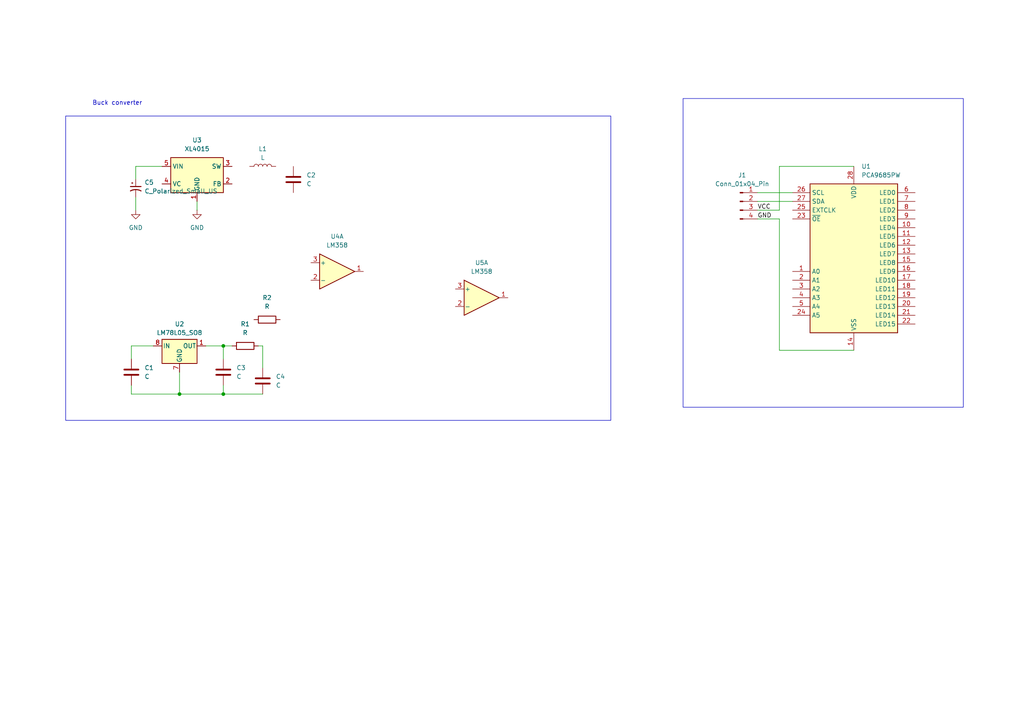
<source format=kicad_sch>
(kicad_sch (version 20231120) (generator "eeschema") (generator_version "8.0")
  (paper "A4")
  (lib_symbols
    (symbol "Amplifier_Operational:LM358" (pin_names (offset 0.127))
      (property "Reference" "U" (at 0 5.08 0))
      (property "Value" "LM358" (at 0 -5.08 0))
      (symbol "LM358_1_1"
        (polyline (pts (xy -5.08 5.08) (xy 5.08 0) (xy -5.08 -5.08) (xy -5.08 5.08)) (stroke (width 0.254)) (fill (type background)))
        (pin output line (at 7.62 0 180) (length 2.54) (name "~") (number "1"))
        (pin input line (at -7.62 -2.54 0) (length 2.54) (name "-") (number "2"))
        (pin input line (at -7.62 2.54 0) (length 2.54) (name "+") (number "3"))
      )
      (symbol "LM358_2_1"
        (polyline (pts (xy -5.08 5.08) (xy 5.08 0) (xy -5.08 -5.08) (xy -5.08 5.08)) (stroke (width 0.254)) (fill (type background)))
        (pin input line (at -7.62 2.54 0) (length 2.54) (name "+") (number "5"))
        (pin input line (at -7.62 -2.54 0) (length 2.54) (name "-") (number "6"))
        (pin output line (at 7.62 0 180) (length 2.54) (name "~") (number "7"))
      )
      (symbol "LM358_3_1"
        (pin power_in line (at -2.54 -7.62 90) (length 3.81) (name "V-") (number "4"))
        (pin power_in line (at -2.54 7.62 270) (length 3.81) (name "V+") (number "8"))
      )
    )
    (symbol "Connector:Conn_01x04_Pin" (pin_names (offset 1.016) hide)
      (property "Reference" "J" (at 0 5.08 0))
      (property "Value" "Conn_01x04_Pin" (at 0 -7.62 0))
      (symbol "Conn_01x04_Pin_1_1"
        (polyline (pts (xy 1.27 -5.08) (xy 0.8636 -5.08)) (stroke (width 0.1524)))
        (polyline (pts (xy 1.27 -2.54) (xy 0.8636 -2.54)) (stroke (width 0.1524)))
        (polyline (pts (xy 1.27 0) (xy 0.8636 0)) (stroke (width 0.1524)))
        (polyline (pts (xy 1.27 2.54) (xy 0.8636 2.54)) (stroke (width 0.1524)))
        (rectangle (start 0.8636 -4.953) (end 0 -5.207) (stroke (width 0.1524)) (fill (type outline)))
        (rectangle (start 0.8636 -2.413) (end 0 -2.667) (stroke (width 0.1524)) (fill (type outline)))
        (rectangle (start 0.8636 0.127) (end 0 -0.127) (stroke (width 0.1524)) (fill (type outline)))
        (rectangle (start 0.8636 2.667) (end 0 2.413) (stroke (width 0.1524)) (fill (type outline)))
        (pin passive line (at 5.08 2.54 180) (length 3.81) (name "Pin_1") (number "1"))
        (pin passive line (at 5.08 0 180) (length 3.81) (name "Pin_2") (number "2"))
        (pin passive line (at 5.08 -2.54 180) (length 3.81) (name "Pin_3") (number "3"))
        (pin passive line (at 5.08 -5.08 180) (length 3.81) (name "Pin_4") (number "4"))
      )
    )
    (symbol "Device:C" (pin_numbers hide) (pin_names (offset 0.254))
      (property "Reference" "C" (at 0.635 2.54 0))
      (property "Value" "C" (at 0.635 -2.54 0))
      (symbol "C_0_1"
        (polyline (pts (xy -2.032 -0.762) (xy 2.032 -0.762)) (stroke (width 0.508)))
        (polyline (pts (xy -2.032 0.762) (xy 2.032 0.762)) (stroke (width 0.508)))
      )
      (symbol "C_1_1"
        (pin passive line (at 0 3.81 270) (length 2.794) (name "~") (number "1"))
        (pin passive line (at 0 -3.81 90) (length 2.794) (name "~") (number "2"))
      )
    )
    (symbol "Device:C_Polarized_Small_US" (pin_numbers hide) (pin_names (offset 0.254) hide)
      (property "Reference" "C" (at 0.254 1.778 0))
      (property "Value" "C_Polarized_Small_US" (at 0.254 -2.032 0))
      (symbol "C_Polarized_Small_US_0_1"
        (polyline (pts (xy -1.524 0.508) (xy 1.524 0.508)) (stroke (width 0.3048)))
        (polyline (pts (xy -1.27 1.524) (xy -0.762 1.524)))
        (polyline (pts (xy -1.016 1.27) (xy -1.016 1.778)))
        (arc (start 1.524 -0.762) (mid 0 -0.3734) (end -1.524 -0.762) (stroke (width 0.3048)))
      )
      (symbol "C_Polarized_Small_US_1_1"
        (pin passive line (at 0 2.54 270) (length 2.032) (name "~") (number "1"))
        (pin passive line (at 0 -2.54 90) (length 2.032) (name "~") (number "2"))
      )
    )
    (symbol "Device:L" (pin_numbers hide) (pin_names (offset 1.016) hide)
      (property "Reference" "L" (at -1.27 0 90))
      (property "Value" "L" (at 1.905 0 90))
      (symbol "L_0_1"
        (arc (start 0 -2.54) (mid 0.6323 -1.905) (end 0 -1.27))
        (arc (start 0 -1.27) (mid 0.6323 -0.635) (end 0 0))
        (arc (start 0 0) (mid 0.6323 0.635) (end 0 1.27))
        (arc (start 0 1.27) (mid 0.6323 1.905) (end 0 2.54))
      )
      (symbol "L_1_1"
        (pin passive line (at 0 3.81 270) (length 1.27) (name "1") (number "1"))
        (pin passive line (at 0 -3.81 90) (length 1.27) (name "2") (number "2"))
      )
    )
    (symbol "Device:R" (pin_numbers hide) (pin_names (offset 0))
      (property "Reference" "R" (at 2.032 0 90))
      (property "Value" "R" (at 0 0 90))
      (symbol "R_0_1"
        (rectangle (start -1.016 -2.54) (end 1.016 2.54) (stroke (width 0.254)))
      )
      (symbol "R_1_1"
        (pin passive line (at 0 3.81 270) (length 1.27) (name "~") (number "1"))
        (pin passive line (at 0 -3.81 90) (length 1.27) (name "~") (number "2"))
      )
    )
    (symbol "Driver_LED:PCA9685PW"
      (property "Reference" "U" (at -12.7 22.225 0))
      (property "Value" "PCA9685PW" (at 1.27 22.225 0))
      (symbol "PCA9685PW_0_1"
        (rectangle (start -12.7 20.32) (end 12.7 -22.86) (stroke (width 0.254)) (fill (type background)))
      )
      (symbol "PCA9685PW_1_1"
        (pin input line (at -17.78 -5.08 0) (length 5.08) (name "A0") (number "1"))
        (pin output line (at 17.78 7.62 180) (length 5.08) (name "LED4") (number "10"))
        (pin output line (at 17.78 5.08 180) (length 5.08) (name "LED5") (number "11"))
        (pin output line (at 17.78 2.54 180) (length 5.08) (name "LED6") (number "12"))
        (pin output line (at 17.78 0 180) (length 5.08) (name "LED7") (number "13"))
        (pin power_in line (at 0 -27.94 90) (length 5.08) (name "VSS") (number "14"))
        (pin output line (at 17.78 -2.54 180) (length 5.08) (name "LED8") (number "15"))
        (pin output line (at 17.78 -5.08 180) (length 5.08) (name "LED9") (number "16"))
        (pin output line (at 17.78 -7.62 180) (length 5.08) (name "LED10") (number "17"))
        (pin output line (at 17.78 -10.16 180) (length 5.08) (name "LED11") (number "18"))
        (pin output line (at 17.78 -12.7 180) (length 5.08) (name "LED12") (number "19"))
        (pin input line (at -17.78 -7.62 0) (length 5.08) (name "A1") (number "2"))
        (pin output line (at 17.78 -15.24 180) (length 5.08) (name "LED13") (number "20"))
        (pin output line (at 17.78 -17.78 180) (length 5.08) (name "LED14") (number "21"))
        (pin output line (at 17.78 -20.32 180) (length 5.08) (name "LED15") (number "22"))
        (pin input line (at -17.78 10.16 0) (length 5.08) (name "~{OE}") (number "23"))
        (pin input line (at -17.78 -17.78 0) (length 5.08) (name "A5") (number "24"))
        (pin input line (at -17.78 12.7 0) (length 5.08) (name "EXTCLK") (number "25"))
        (pin input line (at -17.78 17.78 0) (length 5.08) (name "SCL") (number "26"))
        (pin bidirectional line (at -17.78 15.24 0) (length 5.08) (name "SDA") (number "27"))
        (pin power_in line (at 0 25.4 270) (length 5.08) (name "VDD") (number "28"))
        (pin input line (at -17.78 -10.16 0) (length 5.08) (name "A2") (number "3"))
        (pin input line (at -17.78 -12.7 0) (length 5.08) (name "A3") (number "4"))
        (pin input line (at -17.78 -15.24 0) (length 5.08) (name "A4") (number "5"))
        (pin output line (at 17.78 17.78 180) (length 5.08) (name "LED0") (number "6"))
        (pin output line (at 17.78 15.24 180) (length 5.08) (name "LED1") (number "7"))
        (pin output line (at 17.78 12.7 180) (length 5.08) (name "LED2") (number "8"))
        (pin output line (at 17.78 10.16 180) (length 5.08) (name "LED3") (number "9"))
      )
    )
    (symbol "Regulator_Linear:LM78L05_SO8" (pin_names (offset 0.254))
      (property "Reference" "U" (at -3.81 3.175 0))
      (property "Value" "LM78L05_SO8" (at 0 3.175 0))
      (symbol "LM78L05_SO8_0_1"
        (rectangle (start -5.08 1.905) (end 5.08 -5.08) (stroke (width 0.254)) (fill (type background)))
      )
      (symbol "LM78L05_SO8_1_1"
        (pin power_out line (at 7.62 0 180) (length 2.54) (name "OUT") (number "1"))
        (pin passive line (at 0 -7.62 90) (length 2.54) hide (name "GND") (number "2"))
        (pin passive line (at 0 -7.62 90) (length 2.54) hide (name "GND") (number "3"))
        (pin no_connect line (at -5.08 -2.54 0) (length 2.54) hide (name "NC") (number "4"))
        (pin no_connect line (at 5.08 -2.54 180) (length 2.54) hide (name "NC") (number "5"))
        (pin passive line (at 0 -7.62 90) (length 2.54) hide (name "GND") (number "6"))
        (pin power_in line (at 0 -7.62 90) (length 2.54) (name "GND") (number "7"))
        (pin power_in line (at -7.62 0 0) (length 2.54) (name "IN") (number "8"))
      )
    )
    (symbol "Regulator_Switching:XL4015"
      (property "Reference" "U?" (at -6.35 6.35 0))
      (property "Value" "XL4015" (at 6.35 6.35 0))
      (symbol "XL4015_0_1"
        (rectangle (start -7.62 5.08) (end 7.62 -5.08) (stroke (width 0.254)) (fill (type background)))
      )
      (symbol "XL4015_1_1"
        (pin power_in line (at 0 -7.62 90) (length 2.54) (name "GND") (number "1"))
        (pin input line (at 10.16 -2.54 180) (length 2.54) (name "FB") (number "2"))
        (pin power_out line (at 10.16 2.54 180) (length 2.54) (name "SW") (number "3"))
        (pin input line (at -10.16 -2.54 0) (length 2.54) (name "VC") (number "4"))
        (pin power_in line (at -10.16 2.54 0) (length 2.54) (name "VIN") (number "5"))
      )
    )
    (symbol "power:GND" (power) (pin_numbers hide) (pin_names (offset 0) hide)
      (property "Value" "GND" (at 0 -3.81 0))
      (symbol "GND_0_1"
        (polyline (pts (xy 0 0) (xy 0 -1.27) (xy 1.27 -1.27) (xy 0 -2.54) (xy -1.27 -1.27) (xy 0 -1.27)))
      )
      (symbol "GND_1_1"
        (pin power_in line (at 0 0 270) (length 0) (name "~") (number "1"))
      )
    )
  )
  (junction (at 52.07 114.3))
  (junction (at 64.77 100.33))
  (junction (at 64.77 114.3))
  (wire (pts (xy 226.06 60.96) (xy 226.06 48.26)))
  (wire (pts (xy 219.71 60.96) (xy 226.06 60.96)))
  (wire (pts (xy 64.77 100.33) (xy 59.69 100.33)))
  (wire (pts (xy 38.1 114.3) (xy 52.07 114.3)))
  (wire (pts (xy 219.71 58.42) (xy 229.87 58.42)))
  (wire (pts (xy 38.1 111.76) (xy 38.1 114.3)))
  (wire (pts (xy 64.77 104.14) (xy 64.77 100.33)))
  (wire (pts (xy 64.77 100.33) (xy 67.31 100.33)))
  (wire (pts (xy 226.06 101.6) (xy 247.65 101.6)))
  (wire (pts (xy 39.37 48.26) (xy 39.37 52.07)))
  (wire (pts (xy 219.71 55.88) (xy 229.87 55.88)))
  (wire (pts (xy 64.77 111.76) (xy 64.77 114.3)))
  (wire (pts (xy 226.06 63.5) (xy 226.06 101.6)))
  (wire (pts (xy 46.99 48.26) (xy 39.37 48.26)))
  (wire (pts (xy 38.1 104.14) (xy 38.1 100.33)))
  (wire (pts (xy 74.93 100.33) (xy 76.2 100.33)))
  (wire (pts (xy 52.07 107.95) (xy 52.07 114.3)))
  (wire (pts (xy 64.77 114.3) (xy 76.2 114.3)))
  (wire (pts (xy 39.37 57.15) (xy 39.37 60.96)))
  (wire (pts (xy 57.15 58.42) (xy 57.15 60.96)))
  (wire (pts (xy 64.77 114.3) (xy 52.07 114.3)))
  (wire (pts (xy 76.2 100.33) (xy 76.2 106.68)))
  (wire (pts (xy 219.71 63.5) (xy 226.06 63.5)))
  (wire (pts (xy 38.1 100.33) (xy 44.45 100.33)))
  (wire (pts (xy 226.06 48.26) (xy 247.65 48.26)))
  (rectangle (start 198.12 28.575) (end 279.4 118.11))
  (rectangle (start 19.05 33.655) (end 177.165 121.92))
  (text "Buck converter\n" (at 34.036 29.972 0) (effects (font (size 1.27 1.27))))
  (label "GND" (at 219.71 63.5 0))
  (label "VCC" (at 219.71 60.96 0))
  (symbol (lib_id "Device:C") (at 38.1 107.95 0) (unit 1)
    (property "Reference" "C1" (at 41.91 106.6799 0) (effects (justify left)))
    (property "Value" "C" (at 41.91 109.2199 0) (effects (justify left)))
    (property "Description" "Unpolarized capacitor" (effects (hide yes)))
  )
  (symbol (lib_id "power:GND") (at 57.15 60.96 0) (unit 1)
    (property "Reference" "#PWR01" (effects (hide yes)))
    (property "Value" "GND" (at 57.15 66.04 0))
    (property "Description" "Power symbol creates a global label with name \"GND\" , ground" (effects (hide yes)))
  )
  (symbol (lib_id "Connector:Conn_01x04_Pin") (at 214.63 58.42 0) (unit 1)
    (property "Reference" "J1" (at 215.265 50.8 0))
    (property "Value" "Conn_01x04_Pin" (at 215.265 53.34 0))
    (property "Description" "Generic connector, single row, 01x04, script generated" (effects (hide yes)))
  )
  (symbol (lib_id "Amplifier_Operational:LM358") (at 139.7 86.36 0) (unit 1)
    (property "Reference" "U5" (at 139.7 76.2 0))
    (property "Value" "LM358" (at 139.7 78.74 0))
    (property "Datasheet" "http://www.ti.com/lit/ds/symlink/lm2904-n.pdf" (effects (hide yes)))
    (property "Description" "Low-Power, Dual Operational Amplifiers, DIP-8/SOIC-8/TO-99-8" (effects (hide yes)))
  )
  (symbol (lib_id "power:GND") (at 39.37 60.96 0) (unit 1)
    (property "Reference" "#PWR02" (effects (hide yes)))
    (property "Value" "GND" (at 39.37 66.04 0))
    (property "Description" "Power symbol creates a global label with name \"GND\" , ground" (effects (hide yes)))
  )
  (symbol (lib_id "Driver_LED:PCA9685PW") (at 247.65 73.66 0) (unit 1)
    (property "Reference" "U1" (at 249.8441 48.26 0) (effects (justify left)))
    (property "Value" "PCA9685PW" (at 249.8441 50.8 0) (effects (justify left)))
    (property "Footprint" "Package_SO:TSSOP-28_4.4x9.7mm_P0.65mm" (effects (hide yes)))
    (property "Datasheet" "http://www.nxp.com/docs/en/data-sheet/PCA9685.pdf" (effects (hide yes)))
    (property "Description" "16-channel 12-bit PWM Fm+ I2C-bus LED controller RGBA TSSOP" (effects (hide yes)))
  )
  (symbol (lib_id "Device:C_Polarized_Small_US") (at 39.37 54.61 0) (unit 1)
    (property "Reference" "C5" (at 41.91 52.9081 0) (effects (justify left)))
    (property "Value" "C_Polarized_Small_US" (at 41.91 55.4481 0) (effects (justify left)))
    (property "Description" "Polarized capacitor, small US symbol" (effects (hide yes)))
  )
  (symbol (lib_id "Regulator_Linear:LM78L05_SO8") (at 52.07 100.33 0) (unit 1)
    (property "Reference" "U2" (at 52.07 93.98 0))
    (property "Value" "LM78L05_SO8" (at 52.07 96.52 0))
    (property "Footprint" "Package_SO:SOIC-8_3.9x4.9mm_P1.27mm" (effects (hide yes)))
    (property "Datasheet" "https://www.onsemi.com/pub/Collateral/MC78L06A-D.pdf" (effects (hide yes)))
    (property "Description" "Positive 100mA 30V Linear Regulator, Fixed Output 5V, SO-8" (effects (hide yes)))
  )
  (symbol (lib_id "Device:C") (at 85.09 52.07 0) (unit 1)
    (property "Reference" "C2" (at 88.9 50.7999 0) (effects (justify left)))
    (property "Value" "C" (at 88.9 53.3399 0) (effects (justify left)))
    (property "Description" "Unpolarized capacitor" (effects (hide yes)))
  )
  (symbol (lib_id "Device:R") (at 77.47 92.71 90) (unit 1)
    (property "Reference" "R2" (at 77.47 86.36 90))
    (property "Value" "R" (at 77.47 88.9 90))
    (property "Description" "Resistor" (effects (hide yes)))
  )
  (symbol (lib_id "Device:C") (at 64.77 107.95 0) (unit 1)
    (property "Reference" "C3" (at 68.58 106.6799 0) (effects (justify left)))
    (property "Value" "C" (at 68.58 109.2199 0) (effects (justify left)))
    (property "Description" "Unpolarized capacitor" (effects (hide yes)))
  )
  (symbol (lib_id "Regulator_Switching:XL4015") (at 57.15 50.8 0) (unit 1)
    (property "Reference" "U3" (at 57.15 40.64 0))
    (property "Value" "XL4015" (at 57.15 43.18 0))
    (property "Footprint" "Package_TO_SOT_SMD:TO-263-5_TabPin3" (effects (hide yes)))
    (property "Datasheet" "http://www.xlsemi.net/datasheet/XL4015%20datasheet-English.pdf" (effects (hide yes)))
    (property "Description" "5A 180kHz 36V Buck DC to DC Converter" (effects (hide yes)))
  )
  (symbol (lib_id "Device:L") (at 76.2 48.26 90) (unit 1)
    (property "Reference" "L1" (at 76.2 43.18 90))
    (property "Value" "L" (at 76.2 45.72 90))
    (property "Description" "Inductor" (effects (hide yes)))
  )
  (symbol (lib_id "Device:R") (at 71.12 100.33 90) (unit 1)
    (property "Reference" "R1" (at 71.12 93.98 90))
    (property "Value" "R" (at 71.12 96.52 90))
    (property "Description" "Resistor" (effects (hide yes)))
  )
  (symbol (lib_id "Device:C") (at 76.2 110.49 0) (unit 1)
    (property "Reference" "C4" (at 80.01 109.2199 0) (effects (justify left)))
    (property "Value" "C" (at 80.01 111.7599 0) (effects (justify left)))
    (property "Description" "Unpolarized capacitor" (effects (hide yes)))
  )
  (symbol (lib_id "Amplifier_Operational:LM358") (at 97.79 78.74 0) (unit 1)
    (property "Reference" "U4" (at 97.79 68.58 0))
    (property "Value" "LM358" (at 97.79 71.12 0))
    (property "Datasheet" "http://www.ti.com/lit/ds/symlink/lm2904-n.pdf" (effects (hide yes)))
    (property "Description" "Low-Power, Dual Operational Amplifiers, DIP-8/SOIC-8/TO-99-8" (effects (hide yes)))
  )
)
</source>
